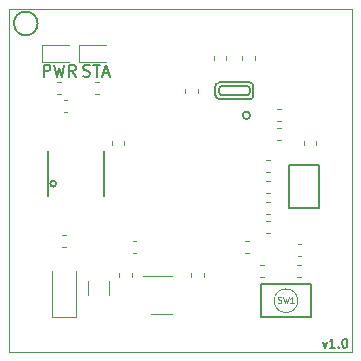
<source format=gbr>
G04 #@! TF.GenerationSoftware,KiCad,Pcbnew,(5.1.4-0-10_14)*
G04 #@! TF.CreationDate,2019-11-16T13:32:52-06:00*
G04 #@! TF.ProjectId,CircuitBrains Deluxe v1_0,43697263-7569-4744-9272-61696e732044,rev?*
G04 #@! TF.SameCoordinates,Original*
G04 #@! TF.FileFunction,Legend,Top*
G04 #@! TF.FilePolarity,Positive*
%FSLAX46Y46*%
G04 Gerber Fmt 4.6, Leading zero omitted, Abs format (unit mm)*
G04 Created by KiCad (PCBNEW (5.1.4-0-10_14)) date 2019-11-16 13:32:52*
%MOMM*%
%LPD*%
G04 APERTURE LIST*
%ADD10C,0.150000*%
%ADD11C,0.120000*%
%ADD12C,0.203200*%
%ADD13C,0.100000*%
%ADD14C,0.127000*%
%ADD15C,0.119380*%
G04 APERTURE END LIST*
D10*
X111678571Y-114589285D02*
X111857142Y-115089285D01*
X112035714Y-114589285D01*
X112714285Y-115089285D02*
X112285714Y-115089285D01*
X112500000Y-115089285D02*
X112500000Y-114339285D01*
X112428571Y-114446428D01*
X112357142Y-114517857D01*
X112285714Y-114553571D01*
X113035714Y-115017857D02*
X113071428Y-115053571D01*
X113035714Y-115089285D01*
X113000000Y-115053571D01*
X113035714Y-115017857D01*
X113035714Y-115089285D01*
X113535714Y-114339285D02*
X113607142Y-114339285D01*
X113678571Y-114375000D01*
X113714285Y-114410714D01*
X113750000Y-114482142D01*
X113785714Y-114625000D01*
X113785714Y-114803571D01*
X113750000Y-114946428D01*
X113714285Y-115017857D01*
X113678571Y-115053571D01*
X113607142Y-115089285D01*
X113535714Y-115089285D01*
X113464285Y-115053571D01*
X113428571Y-115017857D01*
X113392857Y-114946428D01*
X113357142Y-114803571D01*
X113357142Y-114625000D01*
X113392857Y-114482142D01*
X113428571Y-114410714D01*
X113464285Y-114375000D01*
X113535714Y-114339285D01*
X91404761Y-92104761D02*
X91547619Y-92152380D01*
X91785714Y-92152380D01*
X91880952Y-92104761D01*
X91928571Y-92057142D01*
X91976190Y-91961904D01*
X91976190Y-91866666D01*
X91928571Y-91771428D01*
X91880952Y-91723809D01*
X91785714Y-91676190D01*
X91595238Y-91628571D01*
X91500000Y-91580952D01*
X91452380Y-91533333D01*
X91404761Y-91438095D01*
X91404761Y-91342857D01*
X91452380Y-91247619D01*
X91500000Y-91200000D01*
X91595238Y-91152380D01*
X91833333Y-91152380D01*
X91976190Y-91200000D01*
X92261904Y-91152380D02*
X92833333Y-91152380D01*
X92547619Y-92152380D02*
X92547619Y-91152380D01*
X93119047Y-91866666D02*
X93595238Y-91866666D01*
X93023809Y-92152380D02*
X93357142Y-91152380D01*
X93690476Y-92152380D01*
X88066666Y-92152380D02*
X88066666Y-91152380D01*
X88447619Y-91152380D01*
X88542857Y-91200000D01*
X88590476Y-91247619D01*
X88638095Y-91342857D01*
X88638095Y-91485714D01*
X88590476Y-91580952D01*
X88542857Y-91628571D01*
X88447619Y-91676190D01*
X88066666Y-91676190D01*
X88971428Y-91152380D02*
X89209523Y-92152380D01*
X89400000Y-91438095D01*
X89590476Y-92152380D01*
X89828571Y-91152380D01*
X90780952Y-92152380D02*
X90447619Y-91676190D01*
X90209523Y-92152380D02*
X90209523Y-91152380D01*
X90590476Y-91152380D01*
X90685714Y-91200000D01*
X90733333Y-91247619D01*
X90780952Y-91342857D01*
X90780952Y-91485714D01*
X90733333Y-91580952D01*
X90685714Y-91628571D01*
X90590476Y-91676190D01*
X90209523Y-91676190D01*
D11*
X103507000Y-90388221D02*
X103507000Y-90713779D01*
X102487000Y-90388221D02*
X102487000Y-90713779D01*
X104900000Y-90413721D02*
X104900000Y-90739279D01*
X105920000Y-90413721D02*
X105920000Y-90739279D01*
X109565221Y-106297000D02*
X109890779Y-106297000D01*
X109565221Y-107317000D02*
X109890779Y-107317000D01*
X95506000Y-109128779D02*
X95506000Y-108803221D01*
X94486000Y-109128779D02*
X94486000Y-108803221D01*
X89753221Y-95125000D02*
X90078779Y-95125000D01*
X89753221Y-94105000D02*
X90078779Y-94105000D01*
X106898221Y-104392000D02*
X107223779Y-104392000D01*
X106898221Y-105412000D02*
X107223779Y-105412000D01*
X100582000Y-109128779D02*
X100582000Y-108803221D01*
X101602000Y-109128779D02*
X101602000Y-108803221D01*
X106898221Y-103761000D02*
X107223779Y-103761000D01*
X106898221Y-102741000D02*
X107223779Y-102741000D01*
X106898221Y-100963000D02*
X107223779Y-100963000D01*
X106898221Y-101983000D02*
X107223779Y-101983000D01*
X101094000Y-93507779D02*
X101094000Y-93182221D01*
X100074000Y-93507779D02*
X100074000Y-93182221D01*
X93851000Y-97601721D02*
X93851000Y-97927279D01*
X94871000Y-97601721D02*
X94871000Y-97927279D01*
X105120221Y-107063000D02*
X105445779Y-107063000D01*
X105120221Y-106043000D02*
X105445779Y-106043000D01*
X95595221Y-106043000D02*
X95920779Y-106043000D01*
X95595221Y-107063000D02*
X95920779Y-107063000D01*
X106898221Y-99185000D02*
X107223779Y-99185000D01*
X106898221Y-100205000D02*
X107223779Y-100205000D01*
X88790000Y-112485000D02*
X90790000Y-112485000D01*
X90790000Y-112485000D02*
X90790000Y-108585000D01*
X88790000Y-112485000D02*
X88790000Y-108585000D01*
X91800000Y-110674064D02*
X91800000Y-109469936D01*
X93620000Y-110674064D02*
X93620000Y-109469936D01*
D12*
X108839000Y-103296500D02*
X108839000Y-99613500D01*
X108839000Y-99613500D02*
X111379000Y-99613500D01*
X111379000Y-99613500D02*
X111379000Y-103296500D01*
X111379000Y-103296500D02*
X108839000Y-103296500D01*
D11*
X87897500Y-90905000D02*
X90182500Y-90905000D01*
X87897500Y-89435000D02*
X87897500Y-90905000D01*
X90182500Y-89435000D02*
X87897500Y-89435000D01*
X93357500Y-89435000D02*
X91072500Y-89435000D01*
X91072500Y-89435000D02*
X91072500Y-90905000D01*
X91072500Y-90905000D02*
X93357500Y-90905000D01*
X89951779Y-105535000D02*
X89626221Y-105535000D01*
X89951779Y-106555000D02*
X89626221Y-106555000D01*
X106390221Y-108075000D02*
X106715779Y-108075000D01*
X106390221Y-109095000D02*
X106715779Y-109095000D01*
X109539221Y-108075000D02*
X109864779Y-108075000D01*
X109539221Y-109095000D02*
X109864779Y-109095000D01*
X108162779Y-95887000D02*
X107837221Y-95887000D01*
X108162779Y-94867000D02*
X107837221Y-94867000D01*
X111127000Y-97627221D02*
X111127000Y-97952779D01*
X110107000Y-97627221D02*
X110107000Y-97952779D01*
X108162779Y-97538000D02*
X107837221Y-97538000D01*
X108162779Y-96518000D02*
X107837221Y-96518000D01*
X89219721Y-93585000D02*
X89545279Y-93585000D01*
X89219721Y-92565000D02*
X89545279Y-92565000D01*
X92394721Y-93585000D02*
X92720279Y-93585000D01*
X92394721Y-92565000D02*
X92720279Y-92565000D01*
D13*
X109585000Y-111125000D02*
G75*
G03X109585000Y-111125000I-1000000J0D01*
G01*
D14*
X106485000Y-112525000D02*
X106485000Y-109725000D01*
X110685000Y-109725000D02*
X106485000Y-109725000D01*
X110685000Y-112525000D02*
X106485000Y-112525000D01*
X110685000Y-112525000D02*
X110685000Y-109725000D01*
D12*
X88407240Y-102229920D02*
X88407240Y-98430080D01*
X93202760Y-98430080D02*
X93202760Y-102229920D01*
X89128600Y-101219000D02*
G75*
G03X89128600Y-101219000I-254000J0D01*
G01*
D11*
X97144000Y-112227000D02*
X98944000Y-112227000D01*
X98944000Y-109007000D02*
X96494000Y-109007000D01*
D14*
X105544620Y-95430340D02*
G75*
G03X105544620Y-95430340I-314960J0D01*
G01*
X102895280Y-92646500D02*
X105526720Y-92646500D01*
X105808660Y-92928440D02*
X105808660Y-93819980D01*
X105585140Y-94043500D02*
X102928300Y-94043500D01*
X102613340Y-93728540D02*
X102613340Y-92928440D01*
X105310820Y-93743780D02*
X103212780Y-93743780D01*
X102913060Y-93444060D02*
X102913060Y-93245940D01*
X103212780Y-92946220D02*
X105209220Y-92946220D01*
X105508940Y-93146880D02*
X105508940Y-93444060D01*
X102895280Y-92646500D02*
G75*
G03X102613340Y-92928440I0J-281940D01*
G01*
X105808660Y-92928440D02*
G75*
G03X105526720Y-92646500I-281940J0D01*
G01*
X105585140Y-94043500D02*
G75*
G03X105808660Y-93819980I0J223520D01*
G01*
X102613340Y-93728540D02*
G75*
G03X102928300Y-94043500I314960J0D01*
G01*
X102913060Y-93444583D02*
G75*
G03X103212780Y-93743780I299720J523D01*
G01*
X103212780Y-92946220D02*
G75*
G03X102913060Y-93245940I0J-299720D01*
G01*
X105508940Y-93144340D02*
G75*
G03X105209220Y-92946220I-248920J-50800D01*
G01*
X105310820Y-93743780D02*
G75*
G03X105508940Y-93444060I-50800J248920D01*
G01*
D13*
X85150000Y-115450000D02*
X85150000Y-86450000D01*
X114150000Y-115450000D02*
X85150000Y-115450000D01*
X114150000Y-86450000D02*
X114150000Y-115450000D01*
X85150000Y-86450000D02*
X114150000Y-86450000D01*
D10*
X87550000Y-87650000D02*
G75*
G03X87550000Y-87650000I-1000000J0D01*
G01*
D15*
X107917826Y-111277534D02*
X107989309Y-111301362D01*
X108108447Y-111301362D01*
X108156102Y-111277534D01*
X108179930Y-111253707D01*
X108203758Y-111206051D01*
X108203758Y-111158396D01*
X108179930Y-111110741D01*
X108156102Y-111086913D01*
X108108447Y-111063086D01*
X108013137Y-111039258D01*
X107965481Y-111015430D01*
X107941654Y-110991603D01*
X107917826Y-110943948D01*
X107917826Y-110896292D01*
X107941654Y-110848637D01*
X107965481Y-110824810D01*
X108013137Y-110800982D01*
X108132275Y-110800982D01*
X108203758Y-110824810D01*
X108370551Y-110800982D02*
X108489689Y-111301362D01*
X108585000Y-110943948D01*
X108680310Y-111301362D01*
X108799448Y-110800982D01*
X109252173Y-111301362D02*
X108966241Y-111301362D01*
X109109207Y-111301362D02*
X109109207Y-110800982D01*
X109061552Y-110872465D01*
X109013897Y-110920120D01*
X108966241Y-110943948D01*
M02*

</source>
